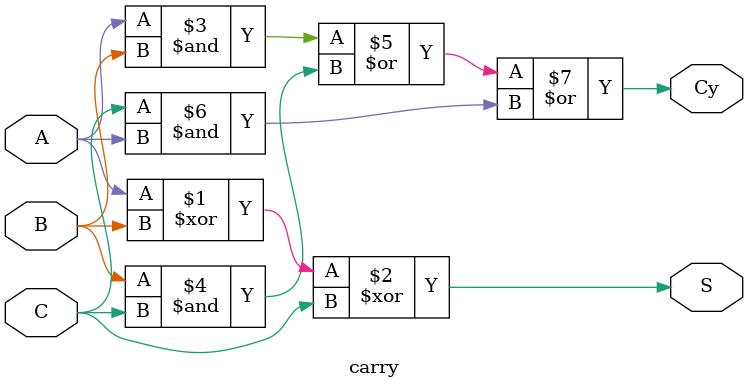
<source format=v>
`timescale 1ns / 1ps
module carry( S, Cy, A, B, C
    );
	 
	 input A, B,C;
	 output S, Cy;
	 
	 assign S = A^B^C;
	 assign Cy = (A&B)|(B&C)|(C&A);


endmodule

</source>
